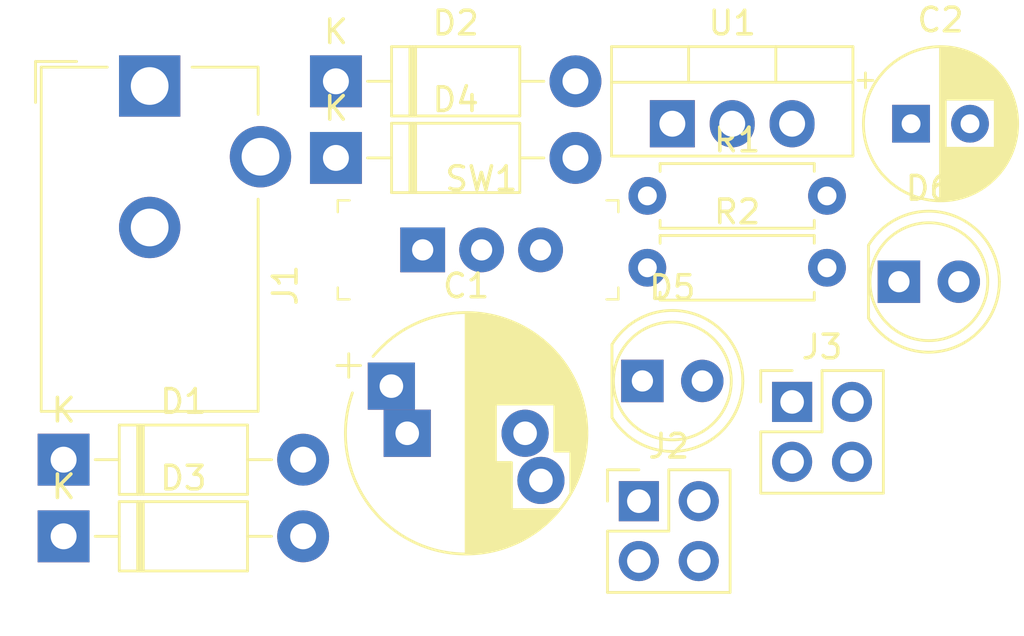
<source format=kicad_pcb>
(kicad_pcb (version 20171130) (host pcbnew 5.0.0-fee4fd1~66~ubuntu18.04.1)

  (general
    (thickness 1.6)
    (drawings 0)
    (tracks 0)
    (zones 0)
    (modules 15)
    (nets 11)
  )

  (page A4)
  (title_block
    (title "Breadboard Power Supply")
    (date 2018-08-14)
    (rev 2)
    (company "Tech Explorations")
    (comment 1 "Designed by Peter")
  )

  (layers
    (0 F.Cu signal)
    (31 B.Cu signal)
    (32 B.Adhes user)
    (33 F.Adhes user)
    (34 B.Paste user)
    (35 F.Paste user)
    (36 B.SilkS user)
    (37 F.SilkS user)
    (38 B.Mask user)
    (39 F.Mask user)
    (40 Dwgs.User user)
    (41 Cmts.User user)
    (42 Eco1.User user)
    (43 Eco2.User user)
    (44 Edge.Cuts user)
    (45 Margin user)
    (46 B.CrtYd user)
    (47 F.CrtYd user)
    (48 B.Fab user)
    (49 F.Fab user)
  )

  (setup
    (last_trace_width 0.25)
    (trace_clearance 0.2)
    (zone_clearance 0.508)
    (zone_45_only no)
    (trace_min 0.2)
    (segment_width 0.2)
    (edge_width 0.15)
    (via_size 0.8)
    (via_drill 0.4)
    (via_min_size 0.4)
    (via_min_drill 0.3)
    (uvia_size 0.3)
    (uvia_drill 0.1)
    (uvias_allowed no)
    (uvia_min_size 0.2)
    (uvia_min_drill 0.1)
    (pcb_text_width 0.3)
    (pcb_text_size 1.5 1.5)
    (mod_edge_width 0.15)
    (mod_text_size 1 1)
    (mod_text_width 0.15)
    (pad_size 1.524 1.524)
    (pad_drill 0.762)
    (pad_to_mask_clearance 0.2)
    (aux_axis_origin 0 0)
    (visible_elements FFFFFF7F)
    (pcbplotparams
      (layerselection 0x010fc_ffffffff)
      (usegerberextensions false)
      (usegerberattributes false)
      (usegerberadvancedattributes false)
      (creategerberjobfile false)
      (excludeedgelayer true)
      (linewidth 0.100000)
      (plotframeref false)
      (viasonmask false)
      (mode 1)
      (useauxorigin false)
      (hpglpennumber 1)
      (hpglpenspeed 20)
      (hpglpendiameter 15.000000)
      (psnegative false)
      (psa4output false)
      (plotreference true)
      (plotvalue true)
      (plotinvisibletext false)
      (padsonsilk false)
      (subtractmaskfromsilk false)
      (outputformat 1)
      (mirror false)
      (drillshape 1)
      (scaleselection 1)
      (outputdirectory ""))
  )

  (net 0 "")
  (net 1 /Vin)
  (net 2 /V-)
  (net 3 /Vout)
  (net 4 "Net-(D1-Pad2)")
  (net 5 "Net-(D3-Pad2)")
  (net 6 "Net-(D5-Pad2)")
  (net 7 "Net-(D6-Pad2)")
  (net 8 "Net-(J1-Pad3)")
  (net 9 "Net-(J2-Pad1)")
  (net 10 "Net-(SW1-Pad3)")

  (net_class Default "This is the default net class."
    (clearance 0.2)
    (trace_width 0.25)
    (via_dia 0.8)
    (via_drill 0.4)
    (uvia_dia 0.3)
    (uvia_drill 0.1)
    (add_net /V-)
    (add_net /Vin)
    (add_net /Vout)
    (add_net "Net-(D1-Pad2)")
    (add_net "Net-(D3-Pad2)")
    (add_net "Net-(D5-Pad2)")
    (add_net "Net-(D6-Pad2)")
    (add_net "Net-(J1-Pad3)")
    (add_net "Net-(J2-Pad1)")
    (add_net "Net-(SW1-Pad3)")
  )

  (module Capacitor_THT:CP_Radial_D10.0mm_P5.00mm_P7.50mm (layer F.Cu) (tedit 5AE50EF1) (tstamp 5B8A098D)
    (at 204.290647 121.457001)
    (descr "CP, Radial series, Radial, pin pitch=5.00mm 7.50mm, , diameter=10mm, Electrolytic Capacitor")
    (tags "CP Radial series Radial pin pitch 5.00mm 7.50mm  diameter 10mm Electrolytic Capacitor")
    (path /5B70E718)
    (fp_text reference C1 (at 2.5 -6.25) (layer F.SilkS)
      (effects (font (size 1 1) (thickness 0.15)))
    )
    (fp_text value CP1 (at 2.5 6.25) (layer F.Fab)
      (effects (font (size 1 1) (thickness 0.15)))
    )
    (fp_arc (start 2.5 0) (end -1.448012 -3.26) (angle 340) (layer F.SilkS) (width 0.12))
    (fp_circle (center 2.5 0) (end 7.5 0) (layer F.Fab) (width 0.1))
    (fp_circle (center 2.5 0) (end 7.98 0) (layer F.CrtYd) (width 0.05))
    (fp_line (start -1.788861 -2.1875) (end -0.788861 -2.1875) (layer F.Fab) (width 0.1))
    (fp_line (start -1.288861 -2.6875) (end -1.288861 -1.6875) (layer F.Fab) (width 0.1))
    (fp_line (start 2.5 -5.08) (end 2.5 5.08) (layer F.SilkS) (width 0.12))
    (fp_line (start 2.54 -5.08) (end 2.54 5.08) (layer F.SilkS) (width 0.12))
    (fp_line (start 2.58 -5.08) (end 2.58 5.08) (layer F.SilkS) (width 0.12))
    (fp_line (start 2.62 -5.079) (end 2.62 5.079) (layer F.SilkS) (width 0.12))
    (fp_line (start 2.66 -5.078) (end 2.66 5.078) (layer F.SilkS) (width 0.12))
    (fp_line (start 2.7 -5.077) (end 2.7 5.077) (layer F.SilkS) (width 0.12))
    (fp_line (start 2.74 -5.075) (end 2.74 5.075) (layer F.SilkS) (width 0.12))
    (fp_line (start 2.78 -5.073) (end 2.78 5.073) (layer F.SilkS) (width 0.12))
    (fp_line (start 2.82 -5.07) (end 2.82 5.07) (layer F.SilkS) (width 0.12))
    (fp_line (start 2.86 -5.068) (end 2.86 5.068) (layer F.SilkS) (width 0.12))
    (fp_line (start 2.9 -5.065) (end 2.9 5.065) (layer F.SilkS) (width 0.12))
    (fp_line (start 2.94 -5.062) (end 2.94 5.062) (layer F.SilkS) (width 0.12))
    (fp_line (start 2.98 -5.058) (end 2.98 5.058) (layer F.SilkS) (width 0.12))
    (fp_line (start 3.02 -5.054) (end 3.02 5.054) (layer F.SilkS) (width 0.12))
    (fp_line (start 3.06 -5.05) (end 3.06 5.05) (layer F.SilkS) (width 0.12))
    (fp_line (start 3.1 -5.045) (end 3.1 5.045) (layer F.SilkS) (width 0.12))
    (fp_line (start 3.14 -5.04) (end 3.14 5.04) (layer F.SilkS) (width 0.12))
    (fp_line (start 3.18 -5.035) (end 3.18 5.035) (layer F.SilkS) (width 0.12))
    (fp_line (start 3.221 -5.03) (end 3.221 5.03) (layer F.SilkS) (width 0.12))
    (fp_line (start 3.261 -5.024) (end 3.261 5.024) (layer F.SilkS) (width 0.12))
    (fp_line (start 3.301 -5.018) (end 3.301 5.018) (layer F.SilkS) (width 0.12))
    (fp_line (start 3.341 -5.011) (end 3.341 5.011) (layer F.SilkS) (width 0.12))
    (fp_line (start 3.381 -5.004) (end 3.381 5.004) (layer F.SilkS) (width 0.12))
    (fp_line (start 3.421 -4.997) (end 3.421 4.997) (layer F.SilkS) (width 0.12))
    (fp_line (start 3.461 -4.99) (end 3.461 4.99) (layer F.SilkS) (width 0.12))
    (fp_line (start 3.501 -4.982) (end 3.501 4.982) (layer F.SilkS) (width 0.12))
    (fp_line (start 3.541 -4.974) (end 3.541 4.974) (layer F.SilkS) (width 0.12))
    (fp_line (start 3.581 -4.965) (end 3.581 4.965) (layer F.SilkS) (width 0.12))
    (fp_line (start 3.621 -4.956) (end 3.621 4.956) (layer F.SilkS) (width 0.12))
    (fp_line (start 3.661 -4.947) (end 3.661 4.947) (layer F.SilkS) (width 0.12))
    (fp_line (start 3.701 -4.938) (end 3.701 4.938) (layer F.SilkS) (width 0.12))
    (fp_line (start 3.741 -4.928) (end 3.741 4.928) (layer F.SilkS) (width 0.12))
    (fp_line (start 3.781 -4.918) (end 3.781 -1.241) (layer F.SilkS) (width 0.12))
    (fp_line (start 3.781 1.241) (end 3.781 4.918) (layer F.SilkS) (width 0.12))
    (fp_line (start 3.821 -4.907) (end 3.821 -1.241) (layer F.SilkS) (width 0.12))
    (fp_line (start 3.821 1.241) (end 3.821 4.907) (layer F.SilkS) (width 0.12))
    (fp_line (start 3.861 -4.897) (end 3.861 -1.241) (layer F.SilkS) (width 0.12))
    (fp_line (start 3.861 1.241) (end 3.861 4.897) (layer F.SilkS) (width 0.12))
    (fp_line (start 3.901 -4.885) (end 3.901 -1.241) (layer F.SilkS) (width 0.12))
    (fp_line (start 3.901 1.241) (end 3.901 4.885) (layer F.SilkS) (width 0.12))
    (fp_line (start 3.941 -4.874) (end 3.941 -1.241) (layer F.SilkS) (width 0.12))
    (fp_line (start 3.941 1.241) (end 3.941 4.874) (layer F.SilkS) (width 0.12))
    (fp_line (start 3.981 -4.862) (end 3.981 -1.241) (layer F.SilkS) (width 0.12))
    (fp_line (start 3.981 1.241) (end 3.981 4.862) (layer F.SilkS) (width 0.12))
    (fp_line (start 4.021 -4.85) (end 4.021 -1.241) (layer F.SilkS) (width 0.12))
    (fp_line (start 4.021 1.241) (end 4.021 4.85) (layer F.SilkS) (width 0.12))
    (fp_line (start 4.061 -4.837) (end 4.061 -1.241) (layer F.SilkS) (width 0.12))
    (fp_line (start 4.061 1.241) (end 4.061 4.837) (layer F.SilkS) (width 0.12))
    (fp_line (start 4.101 -4.824) (end 4.101 -1.241) (layer F.SilkS) (width 0.12))
    (fp_line (start 4.101 1.241) (end 4.101 4.824) (layer F.SilkS) (width 0.12))
    (fp_line (start 4.141 -4.811) (end 4.141 -1.241) (layer F.SilkS) (width 0.12))
    (fp_line (start 4.141 1.241) (end 4.141 4.811) (layer F.SilkS) (width 0.12))
    (fp_line (start 4.181 -4.797) (end 4.181 -1.241) (layer F.SilkS) (width 0.12))
    (fp_line (start 4.181 1.241) (end 4.181 4.797) (layer F.SilkS) (width 0.12))
    (fp_line (start 4.221 -4.783) (end 4.221 -1.241) (layer F.SilkS) (width 0.12))
    (fp_line (start 4.221 1.241) (end 4.221 4.783) (layer F.SilkS) (width 0.12))
    (fp_line (start 4.261 -4.768) (end 4.261 -1.241) (layer F.SilkS) (width 0.12))
    (fp_line (start 4.261 1.241) (end 4.261 4.768) (layer F.SilkS) (width 0.12))
    (fp_line (start 4.301 -4.754) (end 4.301 -1.241) (layer F.SilkS) (width 0.12))
    (fp_line (start 4.301 1.241) (end 4.301 4.754) (layer F.SilkS) (width 0.12))
    (fp_line (start 4.341 -4.738) (end 4.341 -1.241) (layer F.SilkS) (width 0.12))
    (fp_line (start 4.341 1.241) (end 4.341 4.738) (layer F.SilkS) (width 0.12))
    (fp_line (start 4.381 -4.723) (end 4.381 -1.241) (layer F.SilkS) (width 0.12))
    (fp_line (start 4.381 1.241) (end 4.381 4.723) (layer F.SilkS) (width 0.12))
    (fp_line (start 4.421 -4.707) (end 4.421 -1.241) (layer F.SilkS) (width 0.12))
    (fp_line (start 4.421 1.241) (end 4.421 4.707) (layer F.SilkS) (width 0.12))
    (fp_line (start 4.461 -4.69) (end 4.461 -1.241) (layer F.SilkS) (width 0.12))
    (fp_line (start 4.461 3.24) (end 4.461 4.69) (layer F.SilkS) (width 0.12))
    (fp_line (start 4.501 -4.674) (end 4.501 -1.241) (layer F.SilkS) (width 0.12))
    (fp_line (start 4.501 3.24) (end 4.501 4.674) (layer F.SilkS) (width 0.12))
    (fp_line (start 4.541 -4.657) (end 4.541 -1.241) (layer F.SilkS) (width 0.12))
    (fp_line (start 4.541 3.24) (end 4.541 4.657) (layer F.SilkS) (width 0.12))
    (fp_line (start 4.581 -4.639) (end 4.581 -1.241) (layer F.SilkS) (width 0.12))
    (fp_line (start 4.581 3.24) (end 4.581 4.639) (layer F.SilkS) (width 0.12))
    (fp_line (start 4.621 -4.621) (end 4.621 -1.241) (layer F.SilkS) (width 0.12))
    (fp_line (start 4.621 3.24) (end 4.621 4.621) (layer F.SilkS) (width 0.12))
    (fp_line (start 4.661 -4.603) (end 4.661 -1.241) (layer F.SilkS) (width 0.12))
    (fp_line (start 4.661 3.24) (end 4.661 4.603) (layer F.SilkS) (width 0.12))
    (fp_line (start 4.701 -4.584) (end 4.701 -1.241) (layer F.SilkS) (width 0.12))
    (fp_line (start 4.701 3.24) (end 4.701 4.584) (layer F.SilkS) (width 0.12))
    (fp_line (start 4.741 -4.564) (end 4.741 -1.241) (layer F.SilkS) (width 0.12))
    (fp_line (start 4.741 3.24) (end 4.741 4.564) (layer F.SilkS) (width 0.12))
    (fp_line (start 4.781 -4.545) (end 4.781 -1.241) (layer F.SilkS) (width 0.12))
    (fp_line (start 4.781 3.24) (end 4.781 4.545) (layer F.SilkS) (width 0.12))
    (fp_line (start 4.821 -4.525) (end 4.821 -1.241) (layer F.SilkS) (width 0.12))
    (fp_line (start 4.821 3.24) (end 4.821 4.525) (layer F.SilkS) (width 0.12))
    (fp_line (start 4.861 -4.504) (end 4.861 -1.241) (layer F.SilkS) (width 0.12))
    (fp_line (start 4.861 3.24) (end 4.861 4.504) (layer F.SilkS) (width 0.12))
    (fp_line (start 4.901 -4.483) (end 4.901 -1.241) (layer F.SilkS) (width 0.12))
    (fp_line (start 4.901 3.24) (end 4.901 4.483) (layer F.SilkS) (width 0.12))
    (fp_line (start 4.941 -4.462) (end 4.941 -1.241) (layer F.SilkS) (width 0.12))
    (fp_line (start 4.941 3.24) (end 4.941 4.462) (layer F.SilkS) (width 0.12))
    (fp_line (start 4.981 -4.44) (end 4.981 -1.241) (layer F.SilkS) (width 0.12))
    (fp_line (start 4.981 3.24) (end 4.981 4.44) (layer F.SilkS) (width 0.12))
    (fp_line (start 5.021 -4.417) (end 5.021 -1.241) (layer F.SilkS) (width 0.12))
    (fp_line (start 5.021 3.24) (end 5.021 4.417) (layer F.SilkS) (width 0.12))
    (fp_line (start 5.061 -4.395) (end 5.061 -1.241) (layer F.SilkS) (width 0.12))
    (fp_line (start 5.061 3.24) (end 5.061 4.395) (layer F.SilkS) (width 0.12))
    (fp_line (start 5.101 -4.371) (end 5.101 -1.241) (layer F.SilkS) (width 0.12))
    (fp_line (start 5.101 3.24) (end 5.101 4.371) (layer F.SilkS) (width 0.12))
    (fp_line (start 5.141 -4.347) (end 5.141 -1.241) (layer F.SilkS) (width 0.12))
    (fp_line (start 5.141 3.24) (end 5.141 4.347) (layer F.SilkS) (width 0.12))
    (fp_line (start 5.181 -4.323) (end 5.181 -1.241) (layer F.SilkS) (width 0.12))
    (fp_line (start 5.181 3.24) (end 5.181 4.323) (layer F.SilkS) (width 0.12))
    (fp_line (start 5.221 -4.298) (end 5.221 -1.241) (layer F.SilkS) (width 0.12))
    (fp_line (start 5.221 3.24) (end 5.221 4.298) (layer F.SilkS) (width 0.12))
    (fp_line (start 5.261 -4.273) (end 5.261 -1.241) (layer F.SilkS) (width 0.12))
    (fp_line (start 5.261 3.24) (end 5.261 4.273) (layer F.SilkS) (width 0.12))
    (fp_line (start 5.301 -4.247) (end 5.301 -1.241) (layer F.SilkS) (width 0.12))
    (fp_line (start 5.301 3.24) (end 5.301 4.247) (layer F.SilkS) (width 0.12))
    (fp_line (start 5.341 -4.221) (end 5.341 -1.241) (layer F.SilkS) (width 0.12))
    (fp_line (start 5.341 3.24) (end 5.341 4.221) (layer F.SilkS) (width 0.12))
    (fp_line (start 5.381 -4.194) (end 5.381 -1.241) (layer F.SilkS) (width 0.12))
    (fp_line (start 5.381 3.24) (end 5.381 4.194) (layer F.SilkS) (width 0.12))
    (fp_line (start 5.421 -4.166) (end 5.421 -1.241) (layer F.SilkS) (width 0.12))
    (fp_line (start 5.421 3.24) (end 5.421 4.166) (layer F.SilkS) (width 0.12))
    (fp_line (start 5.461 -4.138) (end 5.461 -1.241) (layer F.SilkS) (width 0.12))
    (fp_line (start 5.461 3.24) (end 5.461 4.138) (layer F.SilkS) (width 0.12))
    (fp_line (start 5.501 -4.11) (end 5.501 -1.241) (layer F.SilkS) (width 0.12))
    (fp_line (start 5.501 3.24) (end 5.501 4.11) (layer F.SilkS) (width 0.12))
    (fp_line (start 5.541 -4.08) (end 5.541 -1.241) (layer F.SilkS) (width 0.12))
    (fp_line (start 5.541 3.24) (end 5.541 4.08) (layer F.SilkS) (width 0.12))
    (fp_line (start 5.581 -4.05) (end 5.581 -1.241) (layer F.SilkS) (width 0.12))
    (fp_line (start 5.581 3.24) (end 5.581 4.05) (layer F.SilkS) (width 0.12))
    (fp_line (start 5.621 -4.02) (end 5.621 -1.241) (layer F.SilkS) (width 0.12))
    (fp_line (start 5.621 3.24) (end 5.621 4.02) (layer F.SilkS) (width 0.12))
    (fp_line (start 5.661 -3.989) (end 5.661 -1.241) (layer F.SilkS) (width 0.12))
    (fp_line (start 5.661 3.24) (end 5.661 3.989) (layer F.SilkS) (width 0.12))
    (fp_line (start 5.701 -3.957) (end 5.701 -1.241) (layer F.SilkS) (width 0.12))
    (fp_line (start 5.701 3.24) (end 5.701 3.957) (layer F.SilkS) (width 0.12))
    (fp_line (start 5.741 -3.925) (end 5.741 -1.241) (layer F.SilkS) (width 0.12))
    (fp_line (start 5.741 3.24) (end 5.741 3.925) (layer F.SilkS) (width 0.12))
    (fp_line (start 5.781 -3.892) (end 5.781 -1.241) (layer F.SilkS) (width 0.12))
    (fp_line (start 5.781 3.24) (end 5.781 3.892) (layer F.SilkS) (width 0.12))
    (fp_line (start 5.821 -3.858) (end 5.821 -1.241) (layer F.SilkS) (width 0.12))
    (fp_line (start 5.821 3.24) (end 5.821 3.858) (layer F.SilkS) (width 0.12))
    (fp_line (start 5.861 -3.824) (end 5.861 -1.241) (layer F.SilkS) (width 0.12))
    (fp_line (start 5.861 3.24) (end 5.861 3.824) (layer F.SilkS) (width 0.12))
    (fp_line (start 5.901 -3.789) (end 5.901 -1.241) (layer F.SilkS) (width 0.12))
    (fp_line (start 5.901 3.24) (end 5.901 3.789) (layer F.SilkS) (width 0.12))
    (fp_line (start 5.941 -3.753) (end 5.941 -1.241) (layer F.SilkS) (width 0.12))
    (fp_line (start 5.941 3.24) (end 5.941 3.753) (layer F.SilkS) (width 0.12))
    (fp_line (start 5.981 -3.716) (end 5.981 -1.241) (layer F.SilkS) (width 0.12))
    (fp_line (start 5.981 3.24) (end 5.981 3.716) (layer F.SilkS) (width 0.12))
    (fp_line (start 6.021 -3.679) (end 6.021 -1.241) (layer F.SilkS) (width 0.12))
    (fp_line (start 6.021 3.24) (end 6.021 3.679) (layer F.SilkS) (width 0.12))
    (fp_line (start 6.061 -3.64) (end 6.061 -1.241) (layer F.SilkS) (width 0.12))
    (fp_line (start 6.061 3.24) (end 6.061 3.64) (layer F.SilkS) (width 0.12))
    (fp_line (start 6.101 -3.601) (end 6.101 -1.241) (layer F.SilkS) (width 0.12))
    (fp_line (start 6.101 3.24) (end 6.101 3.601) (layer F.SilkS) (width 0.12))
    (fp_line (start 6.141 -3.561) (end 6.141 -1.241) (layer F.SilkS) (width 0.12))
    (fp_line (start 6.141 3.24) (end 6.141 3.561) (layer F.SilkS) (width 0.12))
    (fp_line (start 6.181 -3.52) (end 6.181 -1.241) (layer F.SilkS) (width 0.12))
    (fp_line (start 6.181 3.24) (end 6.181 3.52) (layer F.SilkS) (width 0.12))
    (fp_line (start 6.221 -3.478) (end 6.221 -1.241) (layer F.SilkS) (width 0.12))
    (fp_line (start 6.221 3.24) (end 6.221 3.478) (layer F.SilkS) (width 0.12))
    (fp_line (start 6.261 -3.436) (end 6.261 0.76) (layer F.SilkS) (width 0.12))
    (fp_line (start 6.261 3.24) (end 6.261 3.436) (layer F.SilkS) (width 0.12))
    (fp_line (start 6.301 -3.392) (end 6.301 0.76) (layer F.SilkS) (width 0.12))
    (fp_line (start 6.301 3.24) (end 6.301 3.392) (layer F.SilkS) (width 0.12))
    (fp_line (start 6.341 -3.347) (end 6.341 0.76) (layer F.SilkS) (width 0.12))
    (fp_line (start 6.341 3.24) (end 6.341 3.347) (layer F.SilkS) (width 0.12))
    (fp_line (start 6.381 -3.301) (end 6.381 0.76) (layer F.SilkS) (width 0.12))
    (fp_line (start 6.381 3.24) (end 6.381 3.301) (layer F.SilkS) (width 0.12))
    (fp_line (start 6.421 -3.254) (end 6.421 0.76) (layer F.SilkS) (width 0.12))
    (fp_line (start 6.421 3.24) (end 6.421 3.254) (layer F.SilkS) (width 0.12))
    (fp_line (start 6.461 -3.206) (end 6.461 0.76) (layer F.SilkS) (width 0.12))
    (fp_line (start 6.501 -3.156) (end 6.501 0.76) (layer F.SilkS) (width 0.12))
    (fp_line (start 6.541 -3.106) (end 6.541 0.76) (layer F.SilkS) (width 0.12))
    (fp_line (start 6.581 -3.054) (end 6.581 0.76) (layer F.SilkS) (width 0.12))
    (fp_line (start 6.621 -3) (end 6.621 0.76) (layer F.SilkS) (width 0.12))
    (fp_line (start 6.661 -2.945) (end 6.661 0.76) (layer F.SilkS) (width 0.12))
    (fp_line (start 6.701 -2.889) (end 6.701 0.76) (layer F.SilkS) (width 0.12))
    (fp_line (start 6.741 -2.83) (end 6.741 0.76) (layer F.SilkS) (width 0.12))
    (fp_line (start 6.781 -2.77) (end 6.781 0.76) (layer F.SilkS) (width 0.12))
    (fp_line (start 6.821 -2.709) (end 6.821 0.76) (layer F.SilkS) (width 0.12))
    (fp_line (start 6.861 -2.645) (end 6.861 0.76) (layer F.SilkS) (width 0.12))
    (fp_line (start 6.901 -2.579) (end 6.901 0.76) (layer F.SilkS) (width 0.12))
    (fp_line (start 6.941 -2.51) (end 6.941 2.51) (layer F.SilkS) (width 0.12))
    (fp_line (start 6.981 -2.439) (end 6.981 2.439) (layer F.SilkS) (width 0.12))
    (fp_line (start 7.021 -2.365) (end 7.021 2.365) (layer F.SilkS) (width 0.12))
    (fp_line (start 7.061 -2.289) (end 7.061 2.289) (layer F.SilkS) (width 0.12))
    (fp_line (start 7.101 -2.209) (end 7.101 2.209) (layer F.SilkS) (width 0.12))
    (fp_line (start 7.141 -2.125) (end 7.141 2.125) (layer F.SilkS) (width 0.12))
    (fp_line (start 7.181 -2.037) (end 7.181 2.037) (layer F.SilkS) (width 0.12))
    (fp_line (start 7.221 -1.944) (end 7.221 1.944) (layer F.SilkS) (width 0.12))
    (fp_line (start 7.261 -1.846) (end 7.261 1.846) (layer F.SilkS) (width 0.12))
    (fp_line (start 7.301 -1.742) (end 7.301 1.742) (layer F.SilkS) (width 0.12))
    (fp_line (start 7.341 -1.63) (end 7.341 1.63) (layer F.SilkS) (width 0.12))
    (fp_line (start 7.381 -1.51) (end 7.381 1.51) (layer F.SilkS) (width 0.12))
    (fp_line (start 7.421 -1.378) (end 7.421 1.378) (layer F.SilkS) (width 0.12))
    (fp_line (start 7.461 -1.23) (end 7.461 1.23) (layer F.SilkS) (width 0.12))
    (fp_line (start 7.501 -1.062) (end 7.501 1.062) (layer F.SilkS) (width 0.12))
    (fp_line (start 7.541 -0.862) (end 7.541 0.862) (layer F.SilkS) (width 0.12))
    (fp_line (start 7.581 -0.599) (end 7.581 0.599) (layer F.SilkS) (width 0.12))
    (fp_line (start -2.979646 -2.875) (end -1.979646 -2.875) (layer F.SilkS) (width 0.12))
    (fp_line (start -2.479646 -3.375) (end -2.479646 -2.375) (layer F.SilkS) (width 0.12))
    (fp_text user %R (at 2.5 0) (layer F.Fab)
      (effects (font (size 1 1) (thickness 0.15)))
    )
    (pad 1 thru_hole rect (at 0 0) (size 2 2) (drill 1) (layers *.Cu *.Mask)
      (net 1 /Vin))
    (pad 2 thru_hole circle (at 5 0) (size 2 2) (drill 1) (layers *.Cu *.Mask)
      (net 2 /V-))
    (pad 1 thru_hole rect (at -0.672144 -2) (size 2 2) (drill 1) (layers *.Cu *.Mask)
      (net 1 /Vin))
    (pad 2 thru_hole circle (at 5.672144 2) (size 2 2) (drill 1) (layers *.Cu *.Mask)
      (net 2 /V-))
    (model ${KISYS3DMOD}/Capacitor_THT.3dshapes/CP_Radial_D10.0mm_P5.00mm_P7.50mm.wrl
      (at (xyz 0 0 0))
      (scale (xyz 1 1 1))
      (rotate (xyz 0 0 0))
    )
  )

  (module Capacitor_THT:CP_Radial_D6.3mm_P2.50mm (layer F.Cu) (tedit 5AE50EF0) (tstamp 5B8A0A21)
    (at 225.661242 108.327001)
    (descr "CP, Radial series, Radial, pin pitch=2.50mm, , diameter=6.3mm, Electrolytic Capacitor")
    (tags "CP Radial series Radial pin pitch 2.50mm  diameter 6.3mm Electrolytic Capacitor")
    (path /5B70E6AA)
    (fp_text reference C2 (at 1.25 -4.4) (layer F.SilkS)
      (effects (font (size 1 1) (thickness 0.15)))
    )
    (fp_text value CP1 (at 1.25 4.4) (layer F.Fab)
      (effects (font (size 1 1) (thickness 0.15)))
    )
    (fp_circle (center 1.25 0) (end 4.4 0) (layer F.Fab) (width 0.1))
    (fp_circle (center 1.25 0) (end 4.52 0) (layer F.SilkS) (width 0.12))
    (fp_circle (center 1.25 0) (end 4.65 0) (layer F.CrtYd) (width 0.05))
    (fp_line (start -1.443972 -1.3735) (end -0.813972 -1.3735) (layer F.Fab) (width 0.1))
    (fp_line (start -1.128972 -1.6885) (end -1.128972 -1.0585) (layer F.Fab) (width 0.1))
    (fp_line (start 1.25 -3.23) (end 1.25 3.23) (layer F.SilkS) (width 0.12))
    (fp_line (start 1.29 -3.23) (end 1.29 3.23) (layer F.SilkS) (width 0.12))
    (fp_line (start 1.33 -3.23) (end 1.33 3.23) (layer F.SilkS) (width 0.12))
    (fp_line (start 1.37 -3.228) (end 1.37 3.228) (layer F.SilkS) (width 0.12))
    (fp_line (start 1.41 -3.227) (end 1.41 3.227) (layer F.SilkS) (width 0.12))
    (fp_line (start 1.45 -3.224) (end 1.45 3.224) (layer F.SilkS) (width 0.12))
    (fp_line (start 1.49 -3.222) (end 1.49 -1.04) (layer F.SilkS) (width 0.12))
    (fp_line (start 1.49 1.04) (end 1.49 3.222) (layer F.SilkS) (width 0.12))
    (fp_line (start 1.53 -3.218) (end 1.53 -1.04) (layer F.SilkS) (width 0.12))
    (fp_line (start 1.53 1.04) (end 1.53 3.218) (layer F.SilkS) (width 0.12))
    (fp_line (start 1.57 -3.215) (end 1.57 -1.04) (layer F.SilkS) (width 0.12))
    (fp_line (start 1.57 1.04) (end 1.57 3.215) (layer F.SilkS) (width 0.12))
    (fp_line (start 1.61 -3.211) (end 1.61 -1.04) (layer F.SilkS) (width 0.12))
    (fp_line (start 1.61 1.04) (end 1.61 3.211) (layer F.SilkS) (width 0.12))
    (fp_line (start 1.65 -3.206) (end 1.65 -1.04) (layer F.SilkS) (width 0.12))
    (fp_line (start 1.65 1.04) (end 1.65 3.206) (layer F.SilkS) (width 0.12))
    (fp_line (start 1.69 -3.201) (end 1.69 -1.04) (layer F.SilkS) (width 0.12))
    (fp_line (start 1.69 1.04) (end 1.69 3.201) (layer F.SilkS) (width 0.12))
    (fp_line (start 1.73 -3.195) (end 1.73 -1.04) (layer F.SilkS) (width 0.12))
    (fp_line (start 1.73 1.04) (end 1.73 3.195) (layer F.SilkS) (width 0.12))
    (fp_line (start 1.77 -3.189) (end 1.77 -1.04) (layer F.SilkS) (width 0.12))
    (fp_line (start 1.77 1.04) (end 1.77 3.189) (layer F.SilkS) (width 0.12))
    (fp_line (start 1.81 -3.182) (end 1.81 -1.04) (layer F.SilkS) (width 0.12))
    (fp_line (start 1.81 1.04) (end 1.81 3.182) (layer F.SilkS) (width 0.12))
    (fp_line (start 1.85 -3.175) (end 1.85 -1.04) (layer F.SilkS) (width 0.12))
    (fp_line (start 1.85 1.04) (end 1.85 3.175) (layer F.SilkS) (width 0.12))
    (fp_line (start 1.89 -3.167) (end 1.89 -1.04) (layer F.SilkS) (width 0.12))
    (fp_line (start 1.89 1.04) (end 1.89 3.167) (layer F.SilkS) (width 0.12))
    (fp_line (start 1.93 -3.159) (end 1.93 -1.04) (layer F.SilkS) (width 0.12))
    (fp_line (start 1.93 1.04) (end 1.93 3.159) (layer F.SilkS) (width 0.12))
    (fp_line (start 1.971 -3.15) (end 1.971 -1.04) (layer F.SilkS) (width 0.12))
    (fp_line (start 1.971 1.04) (end 1.971 3.15) (layer F.SilkS) (width 0.12))
    (fp_line (start 2.011 -3.141) (end 2.011 -1.04) (layer F.SilkS) (width 0.12))
    (fp_line (start 2.011 1.04) (end 2.011 3.141) (layer F.SilkS) (width 0.12))
    (fp_line (start 2.051 -3.131) (end 2.051 -1.04) (layer F.SilkS) (width 0.12))
    (fp_line (start 2.051 1.04) (end 2.051 3.131) (layer F.SilkS) (width 0.12))
    (fp_line (start 2.091 -3.121) (end 2.091 -1.04) (layer F.SilkS) (width 0.12))
    (fp_line (start 2.091 1.04) (end 2.091 3.121) (layer F.SilkS) (width 0.12))
    (fp_line (start 2.131 -3.11) (end 2.131 -1.04) (layer F.SilkS) (width 0.12))
    (fp_line (start 2.131 1.04) (end 2.131 3.11) (layer F.SilkS) (width 0.12))
    (fp_line (start 2.171 -3.098) (end 2.171 -1.04) (layer F.SilkS) (width 0.12))
    (fp_line (start 2.171 1.04) (end 2.171 3.098) (layer F.SilkS) (width 0.12))
    (fp_line (start 2.211 -3.086) (end 2.211 -1.04) (layer F.SilkS) (width 0.12))
    (fp_line (start 2.211 1.04) (end 2.211 3.086) (layer F.SilkS) (width 0.12))
    (fp_line (start 2.251 -3.074) (end 2.251 -1.04) (layer F.SilkS) (width 0.12))
    (fp_line (start 2.251 1.04) (end 2.251 3.074) (layer F.SilkS) (width 0.12))
    (fp_line (start 2.291 -3.061) (end 2.291 -1.04) (layer F.SilkS) (width 0.12))
    (fp_line (start 2.291 1.04) (end 2.291 3.061) (layer F.SilkS) (width 0.12))
    (fp_line (start 2.331 -3.047) (end 2.331 -1.04) (layer F.SilkS) (width 0.12))
    (fp_line (start 2.331 1.04) (end 2.331 3.047) (layer F.SilkS) (width 0.12))
    (fp_line (start 2.371 -3.033) (end 2.371 -1.04) (layer F.SilkS) (width 0.12))
    (fp_line (start 2.371 1.04) (end 2.371 3.033) (layer F.SilkS) (width 0.12))
    (fp_line (start 2.411 -3.018) (end 2.411 -1.04) (layer F.SilkS) (width 0.12))
    (fp_line (start 2.411 1.04) (end 2.411 3.018) (layer F.SilkS) (width 0.12))
    (fp_line (start 2.451 -3.002) (end 2.451 -1.04) (layer F.SilkS) (width 0.12))
    (fp_line (start 2.451 1.04) (end 2.451 3.002) (layer F.SilkS) (width 0.12))
    (fp_line (start 2.491 -2.986) (end 2.491 -1.04) (layer F.SilkS) (width 0.12))
    (fp_line (start 2.491 1.04) (end 2.491 2.986) (layer F.SilkS) (width 0.12))
    (fp_line (start 2.531 -2.97) (end 2.531 -1.04) (layer F.SilkS) (width 0.12))
    (fp_line (start 2.531 1.04) (end 2.531 2.97) (layer F.SilkS) (width 0.12))
    (fp_line (start 2.571 -2.952) (end 2.571 -1.04) (layer F.SilkS) (width 0.12))
    (fp_line (start 2.571 1.04) (end 2.571 2.952) (layer F.SilkS) (width 0.12))
    (fp_line (start 2.611 -2.934) (end 2.611 -1.04) (layer F.SilkS) (width 0.12))
    (fp_line (start 2.611 1.04) (end 2.611 2.934) (layer F.SilkS) (width 0.12))
    (fp_line (start 2.651 -2.916) (end 2.651 -1.04) (layer F.SilkS) (width 0.12))
    (fp_line (start 2.651 1.04) (end 2.651 2.916) (layer F.SilkS) (width 0.12))
    (fp_line (start 2.691 -2.896) (end 2.691 -1.04) (layer F.SilkS) (width 0.12))
    (fp_line (start 2.691 1.04) (end 2.691 2.896) (layer F.SilkS) (width 0.12))
    (fp_line (start 2.731 -2.876) (end 2.731 -1.04) (layer F.SilkS) (width 0.12))
    (fp_line (start 2.731 1.04) (end 2.731 2.876) (layer F.SilkS) (width 0.12))
    (fp_line (start 2.771 -2.856) (end 2.771 -1.04) (layer F.SilkS) (width 0.12))
    (fp_line (start 2.771 1.04) (end 2.771 2.856) (layer F.SilkS) (width 0.12))
    (fp_line (start 2.811 -2.834) (end 2.811 -1.04) (layer F.SilkS) (width 0.12))
    (fp_line (start 2.811 1.04) (end 2.811 2.834) (layer F.SilkS) (width 0.12))
    (fp_line (start 2.851 -2.812) (end 2.851 -1.04) (layer F.SilkS) (width 0.12))
    (fp_line (start 2.851 1.04) (end 2.851 2.812) (layer F.SilkS) (width 0.12))
    (fp_line (start 2.891 -2.79) (end 2.891 -1.04) (layer F.SilkS) (width 0.12))
    (fp_line (start 2.891 1.04) (end 2.891 2.79) (layer F.SilkS) (width 0.12))
    (fp_line (start 2.931 -2.766) (end 2.931 -1.04) (layer F.SilkS) (width 0.12))
    (fp_line (start 2.931 1.04) (end 2.931 2.766) (layer F.SilkS) (width 0.12))
    (fp_line (start 2.971 -2.742) (end 2.971 -1.04) (layer F.SilkS) (width 0.12))
    (fp_line (start 2.971 1.04) (end 2.971 2.742) (layer F.SilkS) (width 0.12))
    (fp_line (start 3.011 -2.716) (end 3.011 -1.04) (layer F.SilkS) (width 0.12))
    (fp_line (start 3.011 1.04) (end 3.011 2.716) (layer F.SilkS) (width 0.12))
    (fp_line (start 3.051 -2.69) (end 3.051 -1.04) (layer F.SilkS) (width 0.12))
    (fp_line (start 3.051 1.04) (end 3.051 2.69) (layer F.SilkS) (width 0.12))
    (fp_line (start 3.091 -2.664) (end 3.091 -1.04) (layer F.SilkS) (width 0.12))
    (fp_line (start 3.091 1.04) (end 3.091 2.664) (layer F.SilkS) (width 0.12))
    (fp_line (start 3.131 -2.636) (end 3.131 -1.04) (layer F.SilkS) (width 0.12))
    (fp_line (start 3.131 1.04) (end 3.131 2.636) (layer F.SilkS) (width 0.12))
    (fp_line (start 3.171 -2.607) (end 3.171 -1.04) (layer F.SilkS) (width 0.12))
    (fp_line (start 3.171 1.04) (end 3.171 2.607) (layer F.SilkS) (width 0.12))
    (fp_line (start 3.211 -2.578) (end 3.211 -1.04) (layer F.SilkS) (width 0.12))
    (fp_line (start 3.211 1.04) (end 3.211 2.578) (layer F.SilkS) (width 0.12))
    (fp_line (start 3.251 -2.548) (end 3.251 -1.04) (layer F.SilkS) (width 0.12))
    (fp_line (start 3.251 1.04) (end 3.251 2.548) (layer F.SilkS) (width 0.12))
    (fp_line (start 3.291 -2.516) (end 3.291 -1.04) (layer F.SilkS) (width 0.12))
    (fp_line (start 3.291 1.04) (end 3.291 2.516) (layer F.SilkS) (width 0.12))
    (fp_line (start 3.331 -2.484) (end 3.331 -1.04) (layer F.SilkS) (width 0.12))
    (fp_line (start 3.331 1.04) (end 3.331 2.484) (layer F.SilkS) (width 0.12))
    (fp_line (start 3.371 -2.45) (end 3.371 -1.04) (layer F.SilkS) (width 0.12))
    (fp_line (start 3.371 1.04) (end 3.371 2.45) (layer F.SilkS) (width 0.12))
    (fp_line (start 3.411 -2.416) (end 3.411 -1.04) (layer F.SilkS) (width 0.12))
    (fp_line (start 3.411 1.04) (end 3.411 2.416) (layer F.SilkS) (width 0.12))
    (fp_line (start 3.451 -2.38) (end 3.451 -1.04) (layer F.SilkS) (width 0.12))
    (fp_line (start 3.451 1.04) (end 3.451 2.38) (layer F.SilkS) (width 0.12))
    (fp_line (start 3.491 -2.343) (end 3.491 -1.04) (layer F.SilkS) (width 0.12))
    (fp_line (start 3.491 1.04) (end 3.491 2.343) (layer F.SilkS) (width 0.12))
    (fp_line (start 3.531 -2.305) (end 3.531 -1.04) (layer F.SilkS) (width 0.12))
    (fp_line (start 3.531 1.04) (end 3.531 2.305) (layer F.SilkS) (width 0.12))
    (fp_line (start 3.571 -2.265) (end 3.571 2.265) (layer F.SilkS) (width 0.12))
    (fp_line (start 3.611 -2.224) (end 3.611 2.224) (layer F.SilkS) (width 0.12))
    (fp_line (start 3.651 -2.182) (end 3.651 2.182) (layer F.SilkS) (width 0.12))
    (fp_line (start 3.691 -2.137) (end 3.691 2.137) (layer F.SilkS) (width 0.12))
    (fp_line (start 3.731 -2.092) (end 3.731 2.092) (layer F.SilkS) (width 0.12))
    (fp_line (start 3.771 -2.044) (end 3.771 2.044) (layer F.SilkS) (width 0.12))
    (fp_line (start 3.811 -1.995) (end 3.811 1.995) (layer F.SilkS) (width 0.12))
    (fp_line (start 3.851 -1.944) (end 3.851 1.944) (layer F.SilkS) (width 0.12))
    (fp_line (start 3.891 -1.89) (end 3.891 1.89) (layer F.SilkS) (width 0.12))
    (fp_line (start 3.931 -1.834) (end 3.931 1.834) (layer F.SilkS) (width 0.12))
    (fp_line (start 3.971 -1.776) (end 3.971 1.776) (layer F.SilkS) (width 0.12))
    (fp_line (start 4.011 -1.714) (end 4.011 1.714) (layer F.SilkS) (width 0.12))
    (fp_line (start 4.051 -1.65) (end 4.051 1.65) (layer F.SilkS) (width 0.12))
    (fp_line (start 4.091 -1.581) (end 4.091 1.581) (layer F.SilkS) (width 0.12))
    (fp_line (start 4.131 -1.509) (end 4.131 1.509) (layer F.SilkS) (width 0.12))
    (fp_line (start 4.171 -1.432) (end 4.171 1.432) (layer F.SilkS) (width 0.12))
    (fp_line (start 4.211 -1.35) (end 4.211 1.35) (layer F.SilkS) (width 0.12))
    (fp_line (start 4.251 -1.262) (end 4.251 1.262) (layer F.SilkS) (width 0.12))
    (fp_line (start 4.291 -1.165) (end 4.291 1.165) (layer F.SilkS) (width 0.12))
    (fp_line (start 4.331 -1.059) (end 4.331 1.059) (layer F.SilkS) (width 0.12))
    (fp_line (start 4.371 -0.94) (end 4.371 0.94) (layer F.SilkS) (width 0.12))
    (fp_line (start 4.411 -0.802) (end 4.411 0.802) (layer F.SilkS) (width 0.12))
    (fp_line (start 4.451 -0.633) (end 4.451 0.633) (layer F.SilkS) (width 0.12))
    (fp_line (start 4.491 -0.402) (end 4.491 0.402) (layer F.SilkS) (width 0.12))
    (fp_line (start -2.250241 -1.839) (end -1.620241 -1.839) (layer F.SilkS) (width 0.12))
    (fp_line (start -1.935241 -2.154) (end -1.935241 -1.524) (layer F.SilkS) (width 0.12))
    (fp_text user %R (at 1.25 0) (layer F.Fab)
      (effects (font (size 1 1) (thickness 0.15)))
    )
    (pad 1 thru_hole rect (at 0 0) (size 1.6 1.6) (drill 0.8) (layers *.Cu *.Mask)
      (net 3 /Vout))
    (pad 2 thru_hole circle (at 2.5 0) (size 1.6 1.6) (drill 0.8) (layers *.Cu *.Mask)
      (net 2 /V-))
    (model ${KISYS3DMOD}/Capacitor_THT.3dshapes/CP_Radial_D6.3mm_P2.50mm.wrl
      (at (xyz 0 0 0))
      (scale (xyz 1 1 1))
      (rotate (xyz 0 0 0))
    )
  )

  (module Diode_THT:D_DO-41_SOD81_P10.16mm_Horizontal (layer F.Cu) (tedit 5AE50CD5) (tstamp 5B8A0A40)
    (at 189.716001 122.577001)
    (descr "Diode, DO-41_SOD81 series, Axial, Horizontal, pin pitch=10.16mm, , length*diameter=5.2*2.7mm^2, , http://www.diodes.com/_files/packages/DO-41%20(Plastic).pdf")
    (tags "Diode DO-41_SOD81 series Axial Horizontal pin pitch 10.16mm  length 5.2mm diameter 2.7mm")
    (path /5B70E57A)
    (fp_text reference D1 (at 5.08 -2.47) (layer F.SilkS)
      (effects (font (size 1 1) (thickness 0.15)))
    )
    (fp_text value D (at 5.08 2.47) (layer F.Fab)
      (effects (font (size 1 1) (thickness 0.15)))
    )
    (fp_line (start 2.48 -1.35) (end 2.48 1.35) (layer F.Fab) (width 0.1))
    (fp_line (start 2.48 1.35) (end 7.68 1.35) (layer F.Fab) (width 0.1))
    (fp_line (start 7.68 1.35) (end 7.68 -1.35) (layer F.Fab) (width 0.1))
    (fp_line (start 7.68 -1.35) (end 2.48 -1.35) (layer F.Fab) (width 0.1))
    (fp_line (start 0 0) (end 2.48 0) (layer F.Fab) (width 0.1))
    (fp_line (start 10.16 0) (end 7.68 0) (layer F.Fab) (width 0.1))
    (fp_line (start 3.26 -1.35) (end 3.26 1.35) (layer F.Fab) (width 0.1))
    (fp_line (start 3.36 -1.35) (end 3.36 1.35) (layer F.Fab) (width 0.1))
    (fp_line (start 3.16 -1.35) (end 3.16 1.35) (layer F.Fab) (width 0.1))
    (fp_line (start 2.36 -1.47) (end 2.36 1.47) (layer F.SilkS) (width 0.12))
    (fp_line (start 2.36 1.47) (end 7.8 1.47) (layer F.SilkS) (width 0.12))
    (fp_line (start 7.8 1.47) (end 7.8 -1.47) (layer F.SilkS) (width 0.12))
    (fp_line (start 7.8 -1.47) (end 2.36 -1.47) (layer F.SilkS) (width 0.12))
    (fp_line (start 1.34 0) (end 2.36 0) (layer F.SilkS) (width 0.12))
    (fp_line (start 8.82 0) (end 7.8 0) (layer F.SilkS) (width 0.12))
    (fp_line (start 3.26 -1.47) (end 3.26 1.47) (layer F.SilkS) (width 0.12))
    (fp_line (start 3.38 -1.47) (end 3.38 1.47) (layer F.SilkS) (width 0.12))
    (fp_line (start 3.14 -1.47) (end 3.14 1.47) (layer F.SilkS) (width 0.12))
    (fp_line (start -1.35 -1.6) (end -1.35 1.6) (layer F.CrtYd) (width 0.05))
    (fp_line (start -1.35 1.6) (end 11.51 1.6) (layer F.CrtYd) (width 0.05))
    (fp_line (start 11.51 1.6) (end 11.51 -1.6) (layer F.CrtYd) (width 0.05))
    (fp_line (start 11.51 -1.6) (end -1.35 -1.6) (layer F.CrtYd) (width 0.05))
    (fp_text user %R (at 5.47 0) (layer F.Fab)
      (effects (font (size 1 1) (thickness 0.15)))
    )
    (fp_text user K (at 0 -2.1) (layer F.Fab)
      (effects (font (size 1 1) (thickness 0.15)))
    )
    (fp_text user K (at 0 -2.1) (layer F.SilkS)
      (effects (font (size 1 1) (thickness 0.15)))
    )
    (pad 1 thru_hole rect (at 0 0) (size 2.2 2.2) (drill 1.1) (layers *.Cu *.Mask)
      (net 1 /Vin))
    (pad 2 thru_hole oval (at 10.16 0) (size 2.2 2.2) (drill 1.1) (layers *.Cu *.Mask)
      (net 4 "Net-(D1-Pad2)"))
    (model ${KISYS3DMOD}/Diode_THT.3dshapes/D_DO-41_SOD81_P10.16mm_Horizontal.wrl
      (at (xyz 0 0 0))
      (scale (xyz 1 1 1))
      (rotate (xyz 0 0 0))
    )
  )

  (module Diode_THT:D_DO-41_SOD81_P10.16mm_Horizontal (layer F.Cu) (tedit 5AE50CD5) (tstamp 5B8A0A5F)
    (at 201.266001 106.527001)
    (descr "Diode, DO-41_SOD81 series, Axial, Horizontal, pin pitch=10.16mm, , length*diameter=5.2*2.7mm^2, , http://www.diodes.com/_files/packages/DO-41%20(Plastic).pdf")
    (tags "Diode DO-41_SOD81 series Axial Horizontal pin pitch 10.16mm  length 5.2mm diameter 2.7mm")
    (path /5B70E5E4)
    (fp_text reference D2 (at 5.08 -2.47) (layer F.SilkS)
      (effects (font (size 1 1) (thickness 0.15)))
    )
    (fp_text value D (at 5.08 2.47) (layer F.Fab)
      (effects (font (size 1 1) (thickness 0.15)))
    )
    (fp_text user K (at 0 -2.1) (layer F.SilkS)
      (effects (font (size 1 1) (thickness 0.15)))
    )
    (fp_text user K (at 0 -2.1) (layer F.Fab)
      (effects (font (size 1 1) (thickness 0.15)))
    )
    (fp_text user %R (at 5.47 0) (layer F.Fab)
      (effects (font (size 1 1) (thickness 0.15)))
    )
    (fp_line (start 11.51 -1.6) (end -1.35 -1.6) (layer F.CrtYd) (width 0.05))
    (fp_line (start 11.51 1.6) (end 11.51 -1.6) (layer F.CrtYd) (width 0.05))
    (fp_line (start -1.35 1.6) (end 11.51 1.6) (layer F.CrtYd) (width 0.05))
    (fp_line (start -1.35 -1.6) (end -1.35 1.6) (layer F.CrtYd) (width 0.05))
    (fp_line (start 3.14 -1.47) (end 3.14 1.47) (layer F.SilkS) (width 0.12))
    (fp_line (start 3.38 -1.47) (end 3.38 1.47) (layer F.SilkS) (width 0.12))
    (fp_line (start 3.26 -1.47) (end 3.26 1.47) (layer F.SilkS) (width 0.12))
    (fp_line (start 8.82 0) (end 7.8 0) (layer F.SilkS) (width 0.12))
    (fp_line (start 1.34 0) (end 2.36 0) (layer F.SilkS) (width 0.12))
    (fp_line (start 7.8 -1.47) (end 2.36 -1.47) (layer F.SilkS) (width 0.12))
    (fp_line (start 7.8 1.47) (end 7.8 -1.47) (layer F.SilkS) (width 0.12))
    (fp_line (start 2.36 1.47) (end 7.8 1.47) (layer F.SilkS) (width 0.12))
    (fp_line (start 2.36 -1.47) (end 2.36 1.47) (layer F.SilkS) (width 0.12))
    (fp_line (start 3.16 -1.35) (end 3.16 1.35) (layer F.Fab) (width 0.1))
    (fp_line (start 3.36 -1.35) (end 3.36 1.35) (layer F.Fab) (width 0.1))
    (fp_line (start 3.26 -1.35) (end 3.26 1.35) (layer F.Fab) (width 0.1))
    (fp_line (start 10.16 0) (end 7.68 0) (layer F.Fab) (width 0.1))
    (fp_line (start 0 0) (end 2.48 0) (layer F.Fab) (width 0.1))
    (fp_line (start 7.68 -1.35) (end 2.48 -1.35) (layer F.Fab) (width 0.1))
    (fp_line (start 7.68 1.35) (end 7.68 -1.35) (layer F.Fab) (width 0.1))
    (fp_line (start 2.48 1.35) (end 7.68 1.35) (layer F.Fab) (width 0.1))
    (fp_line (start 2.48 -1.35) (end 2.48 1.35) (layer F.Fab) (width 0.1))
    (pad 2 thru_hole oval (at 10.16 0) (size 2.2 2.2) (drill 1.1) (layers *.Cu *.Mask)
      (net 2 /V-))
    (pad 1 thru_hole rect (at 0 0) (size 2.2 2.2) (drill 1.1) (layers *.Cu *.Mask)
      (net 4 "Net-(D1-Pad2)"))
    (model ${KISYS3DMOD}/Diode_THT.3dshapes/D_DO-41_SOD81_P10.16mm_Horizontal.wrl
      (at (xyz 0 0 0))
      (scale (xyz 1 1 1))
      (rotate (xyz 0 0 0))
    )
  )

  (module Diode_THT:D_DO-41_SOD81_P10.16mm_Horizontal (layer F.Cu) (tedit 5AE50CD5) (tstamp 5B8A0A7E)
    (at 189.716001 125.827001)
    (descr "Diode, DO-41_SOD81 series, Axial, Horizontal, pin pitch=10.16mm, , length*diameter=5.2*2.7mm^2, , http://www.diodes.com/_files/packages/DO-41%20(Plastic).pdf")
    (tags "Diode DO-41_SOD81 series Axial Horizontal pin pitch 10.16mm  length 5.2mm diameter 2.7mm")
    (path /5B70E602)
    (fp_text reference D3 (at 5.08 -2.47) (layer F.SilkS)
      (effects (font (size 1 1) (thickness 0.15)))
    )
    (fp_text value D (at 5.08 2.47) (layer F.Fab)
      (effects (font (size 1 1) (thickness 0.15)))
    )
    (fp_line (start 2.48 -1.35) (end 2.48 1.35) (layer F.Fab) (width 0.1))
    (fp_line (start 2.48 1.35) (end 7.68 1.35) (layer F.Fab) (width 0.1))
    (fp_line (start 7.68 1.35) (end 7.68 -1.35) (layer F.Fab) (width 0.1))
    (fp_line (start 7.68 -1.35) (end 2.48 -1.35) (layer F.Fab) (width 0.1))
    (fp_line (start 0 0) (end 2.48 0) (layer F.Fab) (width 0.1))
    (fp_line (start 10.16 0) (end 7.68 0) (layer F.Fab) (width 0.1))
    (fp_line (start 3.26 -1.35) (end 3.26 1.35) (layer F.Fab) (width 0.1))
    (fp_line (start 3.36 -1.35) (end 3.36 1.35) (layer F.Fab) (width 0.1))
    (fp_line (start 3.16 -1.35) (end 3.16 1.35) (layer F.Fab) (width 0.1))
    (fp_line (start 2.36 -1.47) (end 2.36 1.47) (layer F.SilkS) (width 0.12))
    (fp_line (start 2.36 1.47) (end 7.8 1.47) (layer F.SilkS) (width 0.12))
    (fp_line (start 7.8 1.47) (end 7.8 -1.47) (layer F.SilkS) (width 0.12))
    (fp_line (start 7.8 -1.47) (end 2.36 -1.47) (layer F.SilkS) (width 0.12))
    (fp_line (start 1.34 0) (end 2.36 0) (layer F.SilkS) (width 0.12))
    (fp_line (start 8.82 0) (end 7.8 0) (layer F.SilkS) (width 0.12))
    (fp_line (start 3.26 -1.47) (end 3.26 1.47) (layer F.SilkS) (width 0.12))
    (fp_line (start 3.38 -1.47) (end 3.38 1.47) (layer F.SilkS) (width 0.12))
    (fp_line (start 3.14 -1.47) (end 3.14 1.47) (layer F.SilkS) (width 0.12))
    (fp_line (start -1.35 -1.6) (end -1.35 1.6) (layer F.CrtYd) (width 0.05))
    (fp_line (start -1.35 1.6) (end 11.51 1.6) (layer F.CrtYd) (width 0.05))
    (fp_line (start 11.51 1.6) (end 11.51 -1.6) (layer F.CrtYd) (width 0.05))
    (fp_line (start 11.51 -1.6) (end -1.35 -1.6) (layer F.CrtYd) (width 0.05))
    (fp_text user %R (at 5.47 0) (layer F.Fab)
      (effects (font (size 1 1) (thickness 0.15)))
    )
    (fp_text user K (at 0 -2.1) (layer F.Fab)
      (effects (font (size 1 1) (thickness 0.15)))
    )
    (fp_text user K (at 0 -2.1) (layer F.SilkS)
      (effects (font (size 1 1) (thickness 0.15)))
    )
    (pad 1 thru_hole rect (at 0 0) (size 2.2 2.2) (drill 1.1) (layers *.Cu *.Mask)
      (net 1 /Vin))
    (pad 2 thru_hole oval (at 10.16 0) (size 2.2 2.2) (drill 1.1) (layers *.Cu *.Mask)
      (net 5 "Net-(D3-Pad2)"))
    (model ${KISYS3DMOD}/Diode_THT.3dshapes/D_DO-41_SOD81_P10.16mm_Horizontal.wrl
      (at (xyz 0 0 0))
      (scale (xyz 1 1 1))
      (rotate (xyz 0 0 0))
    )
  )

  (module Diode_THT:D_DO-41_SOD81_P10.16mm_Horizontal (layer F.Cu) (tedit 5AE50CD5) (tstamp 5B8A0A9D)
    (at 201.266001 109.777001)
    (descr "Diode, DO-41_SOD81 series, Axial, Horizontal, pin pitch=10.16mm, , length*diameter=5.2*2.7mm^2, , http://www.diodes.com/_files/packages/DO-41%20(Plastic).pdf")
    (tags "Diode DO-41_SOD81 series Axial Horizontal pin pitch 10.16mm  length 5.2mm diameter 2.7mm")
    (path /5B70E624)
    (fp_text reference D4 (at 5.08 -2.47) (layer F.SilkS)
      (effects (font (size 1 1) (thickness 0.15)))
    )
    (fp_text value D (at 5.08 2.47) (layer F.Fab)
      (effects (font (size 1 1) (thickness 0.15)))
    )
    (fp_text user K (at 0 -2.1) (layer F.SilkS)
      (effects (font (size 1 1) (thickness 0.15)))
    )
    (fp_text user K (at 0 -2.1) (layer F.Fab)
      (effects (font (size 1 1) (thickness 0.15)))
    )
    (fp_text user %R (at 5.47 0) (layer F.Fab)
      (effects (font (size 1 1) (thickness 0.15)))
    )
    (fp_line (start 11.51 -1.6) (end -1.35 -1.6) (layer F.CrtYd) (width 0.05))
    (fp_line (start 11.51 1.6) (end 11.51 -1.6) (layer F.CrtYd) (width 0.05))
    (fp_line (start -1.35 1.6) (end 11.51 1.6) (layer F.CrtYd) (width 0.05))
    (fp_line (start -1.35 -1.6) (end -1.35 1.6) (layer F.CrtYd) (width 0.05))
    (fp_line (start 3.14 -1.47) (end 3.14 1.47) (layer F.SilkS) (width 0.12))
    (fp_line (start 3.38 -1.47) (end 3.38 1.47) (layer F.SilkS) (width 0.12))
    (fp_line (start 3.26 -1.47) (end 3.26 1.47) (layer F.SilkS) (width 0.12))
    (fp_line (start 8.82 0) (end 7.8 0) (layer F.SilkS) (width 0.12))
    (fp_line (start 1.34 0) (end 2.36 0) (layer F.SilkS) (width 0.12))
    (fp_line (start 7.8 -1.47) (end 2.36 -1.47) (layer F.SilkS) (width 0.12))
    (fp_line (start 7.8 1.47) (end 7.8 -1.47) (layer F.SilkS) (width 0.12))
    (fp_line (start 2.36 1.47) (end 7.8 1.47) (layer F.SilkS) (width 0.12))
    (fp_line (start 2.36 -1.47) (end 2.36 1.47) (layer F.SilkS) (width 0.12))
    (fp_line (start 3.16 -1.35) (end 3.16 1.35) (layer F.Fab) (width 0.1))
    (fp_line (start 3.36 -1.35) (end 3.36 1.35) (layer F.Fab) (width 0.1))
    (fp_line (start 3.26 -1.35) (end 3.26 1.35) (layer F.Fab) (width 0.1))
    (fp_line (start 10.16 0) (end 7.68 0) (layer F.Fab) (width 0.1))
    (fp_line (start 0 0) (end 2.48 0) (layer F.Fab) (width 0.1))
    (fp_line (start 7.68 -1.35) (end 2.48 -1.35) (layer F.Fab) (width 0.1))
    (fp_line (start 7.68 1.35) (end 7.68 -1.35) (layer F.Fab) (width 0.1))
    (fp_line (start 2.48 1.35) (end 7.68 1.35) (layer F.Fab) (width 0.1))
    (fp_line (start 2.48 -1.35) (end 2.48 1.35) (layer F.Fab) (width 0.1))
    (pad 2 thru_hole oval (at 10.16 0) (size 2.2 2.2) (drill 1.1) (layers *.Cu *.Mask)
      (net 2 /V-))
    (pad 1 thru_hole rect (at 0 0) (size 2.2 2.2) (drill 1.1) (layers *.Cu *.Mask)
      (net 5 "Net-(D3-Pad2)"))
    (model ${KISYS3DMOD}/Diode_THT.3dshapes/D_DO-41_SOD81_P10.16mm_Horizontal.wrl
      (at (xyz 0 0 0))
      (scale (xyz 1 1 1))
      (rotate (xyz 0 0 0))
    )
  )

  (module LED_THT:LED_D5.0mm (layer F.Cu) (tedit 5995936A) (tstamp 5B8A0AAF)
    (at 214.266001 119.237001)
    (descr "LED, diameter 5.0mm, 2 pins, http://cdn-reichelt.de/documents/datenblatt/A500/LL-504BC2E-009.pdf")
    (tags "LED diameter 5.0mm 2 pins")
    (path /5B70E80A)
    (fp_text reference D5 (at 1.27 -3.96) (layer F.SilkS)
      (effects (font (size 1 1) (thickness 0.15)))
    )
    (fp_text value LED (at 1.27 3.96) (layer F.Fab)
      (effects (font (size 1 1) (thickness 0.15)))
    )
    (fp_text user %R (at 1.25 0) (layer F.Fab)
      (effects (font (size 0.8 0.8) (thickness 0.2)))
    )
    (fp_line (start 4.5 -3.25) (end -1.95 -3.25) (layer F.CrtYd) (width 0.05))
    (fp_line (start 4.5 3.25) (end 4.5 -3.25) (layer F.CrtYd) (width 0.05))
    (fp_line (start -1.95 3.25) (end 4.5 3.25) (layer F.CrtYd) (width 0.05))
    (fp_line (start -1.95 -3.25) (end -1.95 3.25) (layer F.CrtYd) (width 0.05))
    (fp_line (start -1.29 -1.545) (end -1.29 1.545) (layer F.SilkS) (width 0.12))
    (fp_line (start -1.23 -1.469694) (end -1.23 1.469694) (layer F.Fab) (width 0.1))
    (fp_circle (center 1.27 0) (end 3.77 0) (layer F.SilkS) (width 0.12))
    (fp_circle (center 1.27 0) (end 3.77 0) (layer F.Fab) (width 0.1))
    (fp_arc (start 1.27 0) (end -1.29 1.54483) (angle -148.9) (layer F.SilkS) (width 0.12))
    (fp_arc (start 1.27 0) (end -1.29 -1.54483) (angle 148.9) (layer F.SilkS) (width 0.12))
    (fp_arc (start 1.27 0) (end -1.23 -1.469694) (angle 299.1) (layer F.Fab) (width 0.1))
    (pad 2 thru_hole circle (at 2.54 0) (size 1.8 1.8) (drill 0.9) (layers *.Cu *.Mask)
      (net 6 "Net-(D5-Pad2)"))
    (pad 1 thru_hole rect (at 0 0) (size 1.8 1.8) (drill 0.9) (layers *.Cu *.Mask)
      (net 2 /V-))
    (model ${KISYS3DMOD}/LED_THT.3dshapes/LED_D5.0mm.wrl
      (at (xyz 0 0 0))
      (scale (xyz 1 1 1))
      (rotate (xyz 0 0 0))
    )
  )

  (module LED_THT:LED_D5.0mm (layer F.Cu) (tedit 5995936A) (tstamp 5B8A0AC1)
    (at 225.146001 115.027001)
    (descr "LED, diameter 5.0mm, 2 pins, http://cdn-reichelt.de/documents/datenblatt/A500/LL-504BC2E-009.pdf")
    (tags "LED diameter 5.0mm 2 pins")
    (path /5B70E7B0)
    (fp_text reference D6 (at 1.27 -3.96) (layer F.SilkS)
      (effects (font (size 1 1) (thickness 0.15)))
    )
    (fp_text value LED (at 1.27 3.96) (layer F.Fab)
      (effects (font (size 1 1) (thickness 0.15)))
    )
    (fp_arc (start 1.27 0) (end -1.23 -1.469694) (angle 299.1) (layer F.Fab) (width 0.1))
    (fp_arc (start 1.27 0) (end -1.29 -1.54483) (angle 148.9) (layer F.SilkS) (width 0.12))
    (fp_arc (start 1.27 0) (end -1.29 1.54483) (angle -148.9) (layer F.SilkS) (width 0.12))
    (fp_circle (center 1.27 0) (end 3.77 0) (layer F.Fab) (width 0.1))
    (fp_circle (center 1.27 0) (end 3.77 0) (layer F.SilkS) (width 0.12))
    (fp_line (start -1.23 -1.469694) (end -1.23 1.469694) (layer F.Fab) (width 0.1))
    (fp_line (start -1.29 -1.545) (end -1.29 1.545) (layer F.SilkS) (width 0.12))
    (fp_line (start -1.95 -3.25) (end -1.95 3.25) (layer F.CrtYd) (width 0.05))
    (fp_line (start -1.95 3.25) (end 4.5 3.25) (layer F.CrtYd) (width 0.05))
    (fp_line (start 4.5 3.25) (end 4.5 -3.25) (layer F.CrtYd) (width 0.05))
    (fp_line (start 4.5 -3.25) (end -1.95 -3.25) (layer F.CrtYd) (width 0.05))
    (fp_text user %R (at 1.25 0) (layer F.Fab)
      (effects (font (size 0.8 0.8) (thickness 0.2)))
    )
    (pad 1 thru_hole rect (at 0 0) (size 1.8 1.8) (drill 0.9) (layers *.Cu *.Mask)
      (net 2 /V-))
    (pad 2 thru_hole circle (at 2.54 0) (size 1.8 1.8) (drill 0.9) (layers *.Cu *.Mask)
      (net 7 "Net-(D6-Pad2)"))
    (model ${KISYS3DMOD}/LED_THT.3dshapes/LED_D5.0mm.wrl
      (at (xyz 0 0 0))
      (scale (xyz 1 1 1))
      (rotate (xyz 0 0 0))
    )
  )

  (module Connector_BarrelJack:BarrelJack_CUI_PJ-102AH_Horizontal (layer F.Cu) (tedit 5A1DBF38) (tstamp 5B8A0AE3)
    (at 193.366001 106.727001)
    (descr "Thin-pin DC Barrel Jack, https://cdn-shop.adafruit.com/datasheets/21mmdcjackDatasheet.pdf")
    (tags "Power Jack")
    (path /5B70ED22)
    (fp_text reference J1 (at 5.75 8.45 90) (layer F.SilkS)
      (effects (font (size 1 1) (thickness 0.15)))
    )
    (fp_text value Barrel_Jack_Switch (at -5.5 6.2 90) (layer F.Fab)
      (effects (font (size 1 1) (thickness 0.15)))
    )
    (fp_text user %R (at 0 6.5) (layer F.Fab)
      (effects (font (size 1 1) (thickness 0.15)))
    )
    (fp_line (start 1.8 -1.8) (end 1.8 -1.2) (layer F.CrtYd) (width 0.05))
    (fp_line (start 1.8 -1.2) (end 5 -1.2) (layer F.CrtYd) (width 0.05))
    (fp_line (start 5 -1.2) (end 5 1.2) (layer F.CrtYd) (width 0.05))
    (fp_line (start 5 1.2) (end 6.5 1.2) (layer F.CrtYd) (width 0.05))
    (fp_line (start 6.5 1.2) (end 6.5 4.8) (layer F.CrtYd) (width 0.05))
    (fp_line (start 6.5 4.8) (end 5 4.8) (layer F.CrtYd) (width 0.05))
    (fp_line (start 5 4.8) (end 5 14.2) (layer F.CrtYd) (width 0.05))
    (fp_line (start 5 14.2) (end -5 14.2) (layer F.CrtYd) (width 0.05))
    (fp_line (start -5 14.2) (end -5 -1.2) (layer F.CrtYd) (width 0.05))
    (fp_line (start -5 -1.2) (end -1.8 -1.2) (layer F.CrtYd) (width 0.05))
    (fp_line (start -1.8 -1.2) (end -1.8 -1.8) (layer F.CrtYd) (width 0.05))
    (fp_line (start -1.8 -1.8) (end 1.8 -1.8) (layer F.CrtYd) (width 0.05))
    (fp_line (start 4.6 4.8) (end 4.6 13.8) (layer F.SilkS) (width 0.12))
    (fp_line (start 4.6 13.8) (end -4.6 13.8) (layer F.SilkS) (width 0.12))
    (fp_line (start -4.6 13.8) (end -4.6 -0.8) (layer F.SilkS) (width 0.12))
    (fp_line (start -4.6 -0.8) (end -1.8 -0.8) (layer F.SilkS) (width 0.12))
    (fp_line (start 1.8 -0.8) (end 4.6 -0.8) (layer F.SilkS) (width 0.12))
    (fp_line (start 4.6 -0.8) (end 4.6 1.2) (layer F.SilkS) (width 0.12))
    (fp_line (start -4.84 0.7) (end -4.84 -1.04) (layer F.SilkS) (width 0.12))
    (fp_line (start -4.84 -1.04) (end -3.1 -1.04) (layer F.SilkS) (width 0.12))
    (fp_line (start 4.5 -0.7) (end 4.5 13.7) (layer F.Fab) (width 0.1))
    (fp_line (start 4.5 13.7) (end -4.5 13.7) (layer F.Fab) (width 0.1))
    (fp_line (start -4.5 13.7) (end -4.5 0.3) (layer F.Fab) (width 0.1))
    (fp_line (start -4.5 0.3) (end -3.5 -0.7) (layer F.Fab) (width 0.1))
    (fp_line (start -3.5 -0.7) (end 4.5 -0.7) (layer F.Fab) (width 0.1))
    (fp_line (start -4.5 10.2) (end 4.5 10.2) (layer F.Fab) (width 0.1))
    (pad 1 thru_hole rect (at 0 0) (size 2.6 2.6) (drill 1.6) (layers *.Cu *.Mask)
      (net 4 "Net-(D1-Pad2)"))
    (pad 2 thru_hole circle (at 0 6) (size 2.6 2.6) (drill 1.6) (layers *.Cu *.Mask)
      (net 5 "Net-(D3-Pad2)"))
    (pad 3 thru_hole circle (at 4.7 3) (size 2.6 2.6) (drill 1.6) (layers *.Cu *.Mask)
      (net 8 "Net-(J1-Pad3)"))
    (model ${KISYS3DMOD}/Connector_BarrelJack.3dshapes/BarrelJack_CUI_PJ-102AH_Horizontal.wrl
      (at (xyz 0 0 0))
      (scale (xyz 1 1 1))
      (rotate (xyz 0 0 0))
    )
  )

  (module Connector_PinHeader_2.54mm:PinHeader_2x02_P2.54mm_Vertical (layer F.Cu) (tedit 59FED5CC) (tstamp 5B8A0AFD)
    (at 214.116001 124.337001)
    (descr "Through hole straight pin header, 2x02, 2.54mm pitch, double rows")
    (tags "Through hole pin header THT 2x02 2.54mm double row")
    (path /5B70EA3E)
    (fp_text reference J2 (at 1.27 -2.33) (layer F.SilkS)
      (effects (font (size 1 1) (thickness 0.15)))
    )
    (fp_text value Conn_02x02_Odd_Even (at 1.27 4.87) (layer F.Fab)
      (effects (font (size 1 1) (thickness 0.15)))
    )
    (fp_text user %R (at 1.27 1.27 90) (layer F.Fab)
      (effects (font (size 1 1) (thickness 0.15)))
    )
    (fp_line (start 4.35 -1.8) (end -1.8 -1.8) (layer F.CrtYd) (width 0.05))
    (fp_line (start 4.35 4.35) (end 4.35 -1.8) (layer F.CrtYd) (width 0.05))
    (fp_line (start -1.8 4.35) (end 4.35 4.35) (layer F.CrtYd) (width 0.05))
    (fp_line (start -1.8 -1.8) (end -1.8 4.35) (layer F.CrtYd) (width 0.05))
    (fp_line (start -1.33 -1.33) (end 0 -1.33) (layer F.SilkS) (width 0.12))
    (fp_line (start -1.33 0) (end -1.33 -1.33) (layer F.SilkS) (width 0.12))
    (fp_line (start 1.27 -1.33) (end 3.87 -1.33) (layer F.SilkS) (width 0.12))
    (fp_line (start 1.27 1.27) (end 1.27 -1.33) (layer F.SilkS) (width 0.12))
    (fp_line (start -1.33 1.27) (end 1.27 1.27) (layer F.SilkS) (width 0.12))
    (fp_line (start 3.87 -1.33) (end 3.87 3.87) (layer F.SilkS) (width 0.12))
    (fp_line (start -1.33 1.27) (end -1.33 3.87) (layer F.SilkS) (width 0.12))
    (fp_line (start -1.33 3.87) (end 3.87 3.87) (layer F.SilkS) (width 0.12))
    (fp_line (start -1.27 0) (end 0 -1.27) (layer F.Fab) (width 0.1))
    (fp_line (start -1.27 3.81) (end -1.27 0) (layer F.Fab) (width 0.1))
    (fp_line (start 3.81 3.81) (end -1.27 3.81) (layer F.Fab) (width 0.1))
    (fp_line (start 3.81 -1.27) (end 3.81 3.81) (layer F.Fab) (width 0.1))
    (fp_line (start 0 -1.27) (end 3.81 -1.27) (layer F.Fab) (width 0.1))
    (pad 4 thru_hole oval (at 2.54 2.54) (size 1.7 1.7) (drill 1) (layers *.Cu *.Mask)
      (net 2 /V-))
    (pad 3 thru_hole oval (at 0 2.54) (size 1.7 1.7) (drill 1) (layers *.Cu *.Mask)
      (net 2 /V-))
    (pad 2 thru_hole oval (at 2.54 0) (size 1.7 1.7) (drill 1) (layers *.Cu *.Mask)
      (net 9 "Net-(J2-Pad1)"))
    (pad 1 thru_hole rect (at 0 0) (size 1.7 1.7) (drill 1) (layers *.Cu *.Mask)
      (net 9 "Net-(J2-Pad1)"))
    (model ${KISYS3DMOD}/Connector_PinHeader_2.54mm.3dshapes/PinHeader_2x02_P2.54mm_Vertical.wrl
      (at (xyz 0 0 0))
      (scale (xyz 1 1 1))
      (rotate (xyz 0 0 0))
    )
  )

  (module Connector_PinHeader_2.54mm:PinHeader_2x02_P2.54mm_Vertical (layer F.Cu) (tedit 59FED5CC) (tstamp 5B8A0B17)
    (at 220.616001 120.127001)
    (descr "Through hole straight pin header, 2x02, 2.54mm pitch, double rows")
    (tags "Through hole pin header THT 2x02 2.54mm double row")
    (path /5B70E9B8)
    (fp_text reference J3 (at 1.27 -2.33) (layer F.SilkS)
      (effects (font (size 1 1) (thickness 0.15)))
    )
    (fp_text value Conn_02x02_Odd_Even (at 1.27 4.87) (layer F.Fab)
      (effects (font (size 1 1) (thickness 0.15)))
    )
    (fp_line (start 0 -1.27) (end 3.81 -1.27) (layer F.Fab) (width 0.1))
    (fp_line (start 3.81 -1.27) (end 3.81 3.81) (layer F.Fab) (width 0.1))
    (fp_line (start 3.81 3.81) (end -1.27 3.81) (layer F.Fab) (width 0.1))
    (fp_line (start -1.27 3.81) (end -1.27 0) (layer F.Fab) (width 0.1))
    (fp_line (start -1.27 0) (end 0 -1.27) (layer F.Fab) (width 0.1))
    (fp_line (start -1.33 3.87) (end 3.87 3.87) (layer F.SilkS) (width 0.12))
    (fp_line (start -1.33 1.27) (end -1.33 3.87) (layer F.SilkS) (width 0.12))
    (fp_line (start 3.87 -1.33) (end 3.87 3.87) (layer F.SilkS) (width 0.12))
    (fp_line (start -1.33 1.27) (end 1.27 1.27) (layer F.SilkS) (width 0.12))
    (fp_line (start 1.27 1.27) (end 1.27 -1.33) (layer F.SilkS) (width 0.12))
    (fp_line (start 1.27 -1.33) (end 3.87 -1.33) (layer F.SilkS) (width 0.12))
    (fp_line (start -1.33 0) (end -1.33 -1.33) (layer F.SilkS) (width 0.12))
    (fp_line (start -1.33 -1.33) (end 0 -1.33) (layer F.SilkS) (width 0.12))
    (fp_line (start -1.8 -1.8) (end -1.8 4.35) (layer F.CrtYd) (width 0.05))
    (fp_line (start -1.8 4.35) (end 4.35 4.35) (layer F.CrtYd) (width 0.05))
    (fp_line (start 4.35 4.35) (end 4.35 -1.8) (layer F.CrtYd) (width 0.05))
    (fp_line (start 4.35 -1.8) (end -1.8 -1.8) (layer F.CrtYd) (width 0.05))
    (fp_text user %R (at 1.27 1.27 90) (layer F.Fab)
      (effects (font (size 1 1) (thickness 0.15)))
    )
    (pad 1 thru_hole rect (at 0 0) (size 1.7 1.7) (drill 1) (layers *.Cu *.Mask)
      (net 9 "Net-(J2-Pad1)"))
    (pad 2 thru_hole oval (at 2.54 0) (size 1.7 1.7) (drill 1) (layers *.Cu *.Mask)
      (net 9 "Net-(J2-Pad1)"))
    (pad 3 thru_hole oval (at 0 2.54) (size 1.7 1.7) (drill 1) (layers *.Cu *.Mask)
      (net 2 /V-))
    (pad 4 thru_hole oval (at 2.54 2.54) (size 1.7 1.7) (drill 1) (layers *.Cu *.Mask)
      (net 2 /V-))
    (model ${KISYS3DMOD}/Connector_PinHeader_2.54mm.3dshapes/PinHeader_2x02_P2.54mm_Vertical.wrl
      (at (xyz 0 0 0))
      (scale (xyz 1 1 1))
      (rotate (xyz 0 0 0))
    )
  )

  (module Resistor_THT:R_Axial_DIN0207_L6.3mm_D2.5mm_P7.62mm_Horizontal (layer F.Cu) (tedit 5AE5139B) (tstamp 5B8A0B2E)
    (at 214.476001 111.387001)
    (descr "Resistor, Axial_DIN0207 series, Axial, Horizontal, pin pitch=7.62mm, 0.25W = 1/4W, length*diameter=6.3*2.5mm^2, http://cdn-reichelt.de/documents/datenblatt/B400/1_4W%23YAG.pdf")
    (tags "Resistor Axial_DIN0207 series Axial Horizontal pin pitch 7.62mm 0.25W = 1/4W length 6.3mm diameter 2.5mm")
    (path /5B70E864)
    (fp_text reference R1 (at 3.81 -2.37) (layer F.SilkS)
      (effects (font (size 1 1) (thickness 0.15)))
    )
    (fp_text value R (at 3.81 2.37) (layer F.Fab)
      (effects (font (size 1 1) (thickness 0.15)))
    )
    (fp_line (start 0.66 -1.25) (end 0.66 1.25) (layer F.Fab) (width 0.1))
    (fp_line (start 0.66 1.25) (end 6.96 1.25) (layer F.Fab) (width 0.1))
    (fp_line (start 6.96 1.25) (end 6.96 -1.25) (layer F.Fab) (width 0.1))
    (fp_line (start 6.96 -1.25) (end 0.66 -1.25) (layer F.Fab) (width 0.1))
    (fp_line (start 0 0) (end 0.66 0) (layer F.Fab) (width 0.1))
    (fp_line (start 7.62 0) (end 6.96 0) (layer F.Fab) (width 0.1))
    (fp_line (start 0.54 -1.04) (end 0.54 -1.37) (layer F.SilkS) (width 0.12))
    (fp_line (start 0.54 -1.37) (end 7.08 -1.37) (layer F.SilkS) (width 0.12))
    (fp_line (start 7.08 -1.37) (end 7.08 -1.04) (layer F.SilkS) (width 0.12))
    (fp_line (start 0.54 1.04) (end 0.54 1.37) (layer F.SilkS) (width 0.12))
    (fp_line (start 0.54 1.37) (end 7.08 1.37) (layer F.SilkS) (width 0.12))
    (fp_line (start 7.08 1.37) (end 7.08 1.04) (layer F.SilkS) (width 0.12))
    (fp_line (start -1.05 -1.5) (end -1.05 1.5) (layer F.CrtYd) (width 0.05))
    (fp_line (start -1.05 1.5) (end 8.67 1.5) (layer F.CrtYd) (width 0.05))
    (fp_line (start 8.67 1.5) (end 8.67 -1.5) (layer F.CrtYd) (width 0.05))
    (fp_line (start 8.67 -1.5) (end -1.05 -1.5) (layer F.CrtYd) (width 0.05))
    (fp_text user %R (at 3.81 0) (layer F.Fab)
      (effects (font (size 1 1) (thickness 0.15)))
    )
    (pad 1 thru_hole circle (at 0 0) (size 1.6 1.6) (drill 0.8) (layers *.Cu *.Mask)
      (net 3 /Vout))
    (pad 2 thru_hole oval (at 7.62 0) (size 1.6 1.6) (drill 0.8) (layers *.Cu *.Mask)
      (net 6 "Net-(D5-Pad2)"))
    (model ${KISYS3DMOD}/Resistor_THT.3dshapes/R_Axial_DIN0207_L6.3mm_D2.5mm_P7.62mm_Horizontal.wrl
      (at (xyz 0 0 0))
      (scale (xyz 1 1 1))
      (rotate (xyz 0 0 0))
    )
  )

  (module Resistor_THT:R_Axial_DIN0207_L6.3mm_D2.5mm_P7.62mm_Horizontal (layer F.Cu) (tedit 5AE5139B) (tstamp 5B8A0B45)
    (at 214.476001 114.437001)
    (descr "Resistor, Axial_DIN0207 series, Axial, Horizontal, pin pitch=7.62mm, 0.25W = 1/4W, length*diameter=6.3*2.5mm^2, http://cdn-reichelt.de/documents/datenblatt/B400/1_4W%23YAG.pdf")
    (tags "Resistor Axial_DIN0207 series Axial Horizontal pin pitch 7.62mm 0.25W = 1/4W length 6.3mm diameter 2.5mm")
    (path /5B70E8C2)
    (fp_text reference R2 (at 3.81 -2.37) (layer F.SilkS)
      (effects (font (size 1 1) (thickness 0.15)))
    )
    (fp_text value R (at 3.81 2.37) (layer F.Fab)
      (effects (font (size 1 1) (thickness 0.15)))
    )
    (fp_text user %R (at 3.81 0) (layer F.Fab)
      (effects (font (size 1 1) (thickness 0.15)))
    )
    (fp_line (start 8.67 -1.5) (end -1.05 -1.5) (layer F.CrtYd) (width 0.05))
    (fp_line (start 8.67 1.5) (end 8.67 -1.5) (layer F.CrtYd) (width 0.05))
    (fp_line (start -1.05 1.5) (end 8.67 1.5) (layer F.CrtYd) (width 0.05))
    (fp_line (start -1.05 -1.5) (end -1.05 1.5) (layer F.CrtYd) (width 0.05))
    (fp_line (start 7.08 1.37) (end 7.08 1.04) (layer F.SilkS) (width 0.12))
    (fp_line (start 0.54 1.37) (end 7.08 1.37) (layer F.SilkS) (width 0.12))
    (fp_line (start 0.54 1.04) (end 0.54 1.37) (layer F.SilkS) (width 0.12))
    (fp_line (start 7.08 -1.37) (end 7.08 -1.04) (layer F.SilkS) (width 0.12))
    (fp_line (start 0.54 -1.37) (end 7.08 -1.37) (layer F.SilkS) (width 0.12))
    (fp_line (start 0.54 -1.04) (end 0.54 -1.37) (layer F.SilkS) (width 0.12))
    (fp_line (start 7.62 0) (end 6.96 0) (layer F.Fab) (width 0.1))
    (fp_line (start 0 0) (end 0.66 0) (layer F.Fab) (width 0.1))
    (fp_line (start 6.96 -1.25) (end 0.66 -1.25) (layer F.Fab) (width 0.1))
    (fp_line (start 6.96 1.25) (end 6.96 -1.25) (layer F.Fab) (width 0.1))
    (fp_line (start 0.66 1.25) (end 6.96 1.25) (layer F.Fab) (width 0.1))
    (fp_line (start 0.66 -1.25) (end 0.66 1.25) (layer F.Fab) (width 0.1))
    (pad 2 thru_hole oval (at 7.62 0) (size 1.6 1.6) (drill 0.8) (layers *.Cu *.Mask)
      (net 7 "Net-(D6-Pad2)"))
    (pad 1 thru_hole circle (at 0 0) (size 1.6 1.6) (drill 0.8) (layers *.Cu *.Mask)
      (net 9 "Net-(J2-Pad1)"))
    (model ${KISYS3DMOD}/Resistor_THT.3dshapes/R_Axial_DIN0207_L6.3mm_D2.5mm_P7.62mm_Horizontal.wrl
      (at (xyz 0 0 0))
      (scale (xyz 1 1 1))
      (rotate (xyz 0 0 0))
    )
  )

  (module digikey-footprints:Switch_Slide_11.6x4mm_EG1218 (layer F.Cu) (tedit 5A1EC915) (tstamp 5B8A0B5D)
    (at 204.946001 113.677001)
    (descr http://spec_sheets.e-switch.com/specs/P040040.pdf)
    (path /5B70EDF7)
    (fp_text reference SW1 (at 2.49 -3.02) (layer F.SilkS)
      (effects (font (size 1 1) (thickness 0.15)))
    )
    (fp_text value SW_DPDT_x2 (at 2.11 3.14) (layer F.Fab)
      (effects (font (size 1 1) (thickness 0.15)))
    )
    (fp_text user %R (at 2.5 0) (layer F.Fab)
      (effects (font (size 1 1) (thickness 0.15)))
    )
    (fp_line (start -3.67 2.25) (end -3.67 -2.25) (layer F.CrtYd) (width 0.05))
    (fp_line (start -3.67 2.25) (end 8.43 2.25) (layer F.CrtYd) (width 0.05))
    (fp_line (start 8.43 2.25) (end 8.43 -2.25) (layer F.CrtYd) (width 0.05))
    (fp_line (start -3.67 -2.25) (end 8.43 -2.25) (layer F.CrtYd) (width 0.05))
    (fp_line (start 8.3 2.1) (end 7.8 2.1) (layer F.SilkS) (width 0.1))
    (fp_line (start 8.3 2.1) (end 8.3 1.6) (layer F.SilkS) (width 0.1))
    (fp_line (start -3.6 2.1) (end -3.1 2.1) (layer F.SilkS) (width 0.1))
    (fp_line (start -3.6 2.1) (end -3.6 1.6) (layer F.SilkS) (width 0.1))
    (fp_line (start -3.6 -2.1) (end -3.1 -2.1) (layer F.SilkS) (width 0.1))
    (fp_line (start -3.6 -2.1) (end -3.6 -1.6) (layer F.SilkS) (width 0.1))
    (fp_line (start 8.3 -2.1) (end 8.3 -1.6) (layer F.SilkS) (width 0.1))
    (fp_line (start 8.3 -2.1) (end 7.8 -2.1) (layer F.SilkS) (width 0.1))
    (fp_line (start -3.42 2) (end 8.18 2) (layer F.Fab) (width 0.1))
    (fp_line (start 8.18 2) (end 8.18 -2) (layer F.Fab) (width 0.1))
    (fp_line (start -3.42 2) (end -3.42 -2) (layer F.Fab) (width 0.1))
    (fp_line (start -3.42 -2) (end 8.18 -2) (layer F.Fab) (width 0.1))
    (pad 1 thru_hole rect (at 0 0) (size 1.9 1.9) (drill 0.9) (layers *.Cu *.Mask)
      (net 9 "Net-(J2-Pad1)"))
    (pad 2 thru_hole circle (at 2.5 0) (size 1.9 1.9) (drill 0.9) (layers *.Cu *.Mask)
      (net 3 /Vout))
    (pad 3 thru_hole circle (at 5 0) (size 1.9 1.9) (drill 0.9) (layers *.Cu *.Mask)
      (net 10 "Net-(SW1-Pad3)"))
  )

  (module Package_TO_SOT_THT:TO-220-3_Vertical (layer F.Cu) (tedit 5AC8BA0D) (tstamp 5B8A0B77)
    (at 215.536001 108.327001)
    (descr "TO-220-3, Vertical, RM 2.54mm, see https://www.vishay.com/docs/66542/to-220-1.pdf")
    (tags "TO-220-3 Vertical RM 2.54mm")
    (path /5B70E454)
    (fp_text reference U1 (at 2.54 -4.27) (layer F.SilkS)
      (effects (font (size 1 1) (thickness 0.15)))
    )
    (fp_text value LM7805_TO220 (at 2.54 2.5) (layer F.Fab)
      (effects (font (size 1 1) (thickness 0.15)))
    )
    (fp_line (start -2.46 -3.15) (end -2.46 1.25) (layer F.Fab) (width 0.1))
    (fp_line (start -2.46 1.25) (end 7.54 1.25) (layer F.Fab) (width 0.1))
    (fp_line (start 7.54 1.25) (end 7.54 -3.15) (layer F.Fab) (width 0.1))
    (fp_line (start 7.54 -3.15) (end -2.46 -3.15) (layer F.Fab) (width 0.1))
    (fp_line (start -2.46 -1.88) (end 7.54 -1.88) (layer F.Fab) (width 0.1))
    (fp_line (start 0.69 -3.15) (end 0.69 -1.88) (layer F.Fab) (width 0.1))
    (fp_line (start 4.39 -3.15) (end 4.39 -1.88) (layer F.Fab) (width 0.1))
    (fp_line (start -2.58 -3.27) (end 7.66 -3.27) (layer F.SilkS) (width 0.12))
    (fp_line (start -2.58 1.371) (end 7.66 1.371) (layer F.SilkS) (width 0.12))
    (fp_line (start -2.58 -3.27) (end -2.58 1.371) (layer F.SilkS) (width 0.12))
    (fp_line (start 7.66 -3.27) (end 7.66 1.371) (layer F.SilkS) (width 0.12))
    (fp_line (start -2.58 -1.76) (end 7.66 -1.76) (layer F.SilkS) (width 0.12))
    (fp_line (start 0.69 -3.27) (end 0.69 -1.76) (layer F.SilkS) (width 0.12))
    (fp_line (start 4.391 -3.27) (end 4.391 -1.76) (layer F.SilkS) (width 0.12))
    (fp_line (start -2.71 -3.4) (end -2.71 1.51) (layer F.CrtYd) (width 0.05))
    (fp_line (start -2.71 1.51) (end 7.79 1.51) (layer F.CrtYd) (width 0.05))
    (fp_line (start 7.79 1.51) (end 7.79 -3.4) (layer F.CrtYd) (width 0.05))
    (fp_line (start 7.79 -3.4) (end -2.71 -3.4) (layer F.CrtYd) (width 0.05))
    (fp_text user %R (at 2.54 -4.27) (layer F.Fab)
      (effects (font (size 1 1) (thickness 0.15)))
    )
    (pad 1 thru_hole rect (at 0 0) (size 1.905 2) (drill 1.1) (layers *.Cu *.Mask)
      (net 1 /Vin))
    (pad 2 thru_hole oval (at 2.54 0) (size 1.905 2) (drill 1.1) (layers *.Cu *.Mask)
      (net 2 /V-))
    (pad 3 thru_hole oval (at 5.08 0) (size 1.905 2) (drill 1.1) (layers *.Cu *.Mask)
      (net 3 /Vout))
    (model ${KISYS3DMOD}/Package_TO_SOT_THT.3dshapes/TO-220-3_Vertical.wrl
      (at (xyz 0 0 0))
      (scale (xyz 1 1 1))
      (rotate (xyz 0 0 0))
    )
  )

)

</source>
